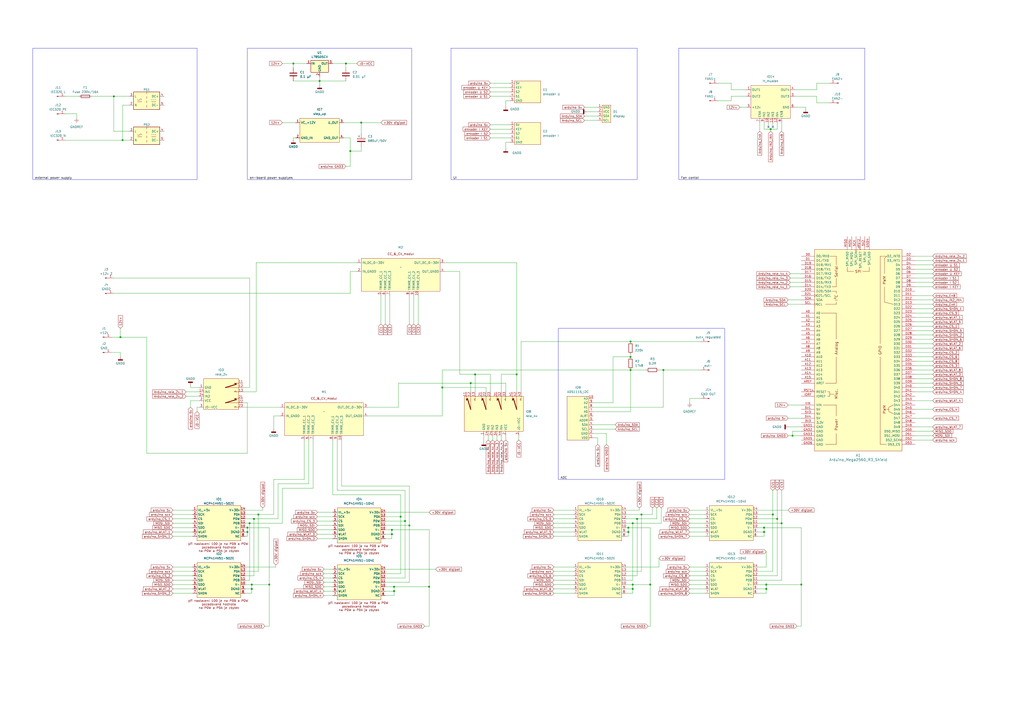
<source format=kicad_sch>
(kicad_sch (version 20230121) (generator eeschema)
  (paper "A2")
  (title_block (title "Laboratorní zdroj") (date "2024-11-26") (company "Smola Antonín "))
  (junction (at 365.76 214.63))
  (junction (at 453.39 303.53))
  (junction (at 209.55 71.12))
  (junction (at 273.05 222.25))
  (junction (at 228.6 340.36))
  (junction (at 365.76 198.12))
  (junction (at 464.82 339.09))
  (junction (at 185.42 46.99))
  (junction (at 237.49 304.8))
  (junction (at 365.76 207.01))
  (junction (at 364.49 308.61))
  (junction (at 443.23 306.07))
  (junction (at 444.5 341.63))
  (junction (at 369.57 300.99))
  (junction (at 146.05 339.09))
  (junction (at 69.85 195.58))
  (junction (at 227.33 309.88))
  (junction (at 200.66 36.83))
  (junction (at 144.78 303.53))
  (junction (at 71.12 81.28))
  (junction (at 147.32 300.99))
  (junction (at 66.04 55.88))
  (junction (at 275.59 217.17))
  (junction (at 384.81 214.63))
  (junction (at 450.85 300.99))
  (junction (at 227.33 307.34))
  (junction (at 372.11 298.45))
  (junction (at 377.19 339.09))
  (junction (at 367.03 341.63))
  (junction (at 367.03 303.53))
  (junction (at 364.49 306.07))
  (junction (at 170.18 36.83))
  (junction (at 256.54 224.79))
  (junction (at 228.6 342.9))
  (junction (at 444.5 339.09))
  (junction (at 149.86 298.45))
  (junction (at 447.04 74.93))
  (junction (at 156.21 339.09))
  (junction (at 146.05 341.63))
  (junction (at 459.74 252.73))
  (junction (at 143.51 306.07))
  (junction (at 448.31 298.45))
  (junction (at 299.72 217.17))
  (junction (at 248.92 340.36))
  (junction (at 234.95 302.26))
  (junction (at 203.2 87.63))
  (junction (at 232.41 299.72))
  (junction (at 443.23 308.61))
  (junction (at 143.51 308.61))
  (junction (at 367.03 339.09))
  (no_connect (at 448.31 73.66))
  (no_connect (at 445.77 73.66))
  (wire (pts (xy 100.33 339.09) (xy 111.76 339.09)))
  (wire (pts (xy 530.86 179.07) (xy 541.02 179.07)))
  (wire (pts (xy 473.71 59.69) (xy 481.33 59.69)))
  (wire (pts (xy 107.95 229.87) (xy 115.57 229.87)))
  (wire (pts (xy 284.48 53.34) (xy 295.91 53.34)))
  (wire (pts (xy 161.29 300.99) (xy 161.29 280.67)))
  (wire (pts (xy 234.95 302.26) (xy 234.95 335.28)))
  (wire (pts (xy 400.05 300.99) (xy 408.94 300.99)))
  (wire (pts (xy 530.86 156.21) (xy 541.02 156.21)))
  (wire (pts (xy 439.42 306.07) (xy 443.23 306.07)))
  (wire (pts (xy 142.24 336.55) (xy 144.78 336.55)))
  (wire (pts (xy 530.86 186.69) (xy 541.02 186.69)))
  (wire (pts (xy 400.05 339.09) (xy 408.94 339.09)))
  (wire (pts (xy 200.66 36.83) (xy 207.01 36.83)))
  (wire (pts (xy 321.31 300.99) (xy 332.74 300.99)))
  (wire (pts (xy 400.05 233.68) (xy 400.05 231.14)))
  (wire (pts (xy 66.04 55.88) (xy 74.93 55.88)))
  (wire (pts (xy 300.99 252.73) (xy 300.99 255.27)))
  (wire (pts (xy 439.42 331.47) (xy 448.31 331.47)))
  (wire (pts (xy 187.96 330.2) (xy 193.04 330.2)))
  (wire (pts (xy 147.32 334.01) (xy 142.24 334.01)))
  (wire (pts (xy 142.24 295.91) (xy 152.4 295.91)))
  (wire (pts (xy 458.47 161.29) (xy 464.82 161.29)))
  (wire (pts (xy 223.52 309.88) (xy 227.33 309.88)))
  (wire (pts (xy 284.48 217.17) (xy 284.48 227.33)))
  (wire (pts (xy 223.52 330.2) (xy 252.73 330.2)))
  (wire (pts (xy 457.2 176.53) (xy 464.82 176.53)))
  (wire (pts (xy 184.15 309.88) (xy 193.04 309.88)))
  (wire (pts (xy 321.31 339.09) (xy 332.74 339.09)))
  (wire (pts (xy 185.42 44.45) (xy 185.42 46.99)))
  (wire (pts (xy 143.51 308.61) (xy 142.24 308.61)))
  (wire (pts (xy 248.92 340.36) (xy 248.92 363.22)))
  (wire (pts (xy 290.83 252.73) (xy 290.83 255.27)))
  (wire (pts (xy 444.5 339.09) (xy 464.82 339.09)))
  (wire (pts (xy 416.56 58.42) (xy 424.18 58.42)))
  (wire (pts (xy 185.42 46.99) (xy 185.42 49.53)))
  (wire (pts (xy 142.24 341.63) (xy 146.05 341.63)))
  (wire (pts (xy 149.86 298.45) (xy 142.24 298.45)))
  (wire (pts (xy 448.31 298.45) (xy 448.31 331.47)))
  (wire (pts (xy 184.15 299.72) (xy 193.04 299.72)))
  (wire (pts (xy 321.31 308.61) (xy 332.74 308.61)))
  (wire (pts (xy 227.33 309.88) (xy 227.33 312.42)))
  (wire (pts (xy 156.21 339.09) (xy 156.21 306.07)))
  (wire (pts (xy 100.33 306.07) (xy 111.76 306.07)))
  (wire (pts (xy 246.38 363.22) (xy 248.92 363.22)))
  (wire (pts (xy 184.15 297.18) (xy 193.04 297.18)))
  (wire (pts (xy 447.04 74.93) (xy 447.04 76.2)))
  (wire (pts (xy 447.04 74.93) (xy 450.85 74.93)))
  (wire (pts (xy 142.24 300.99) (xy 147.32 300.99)))
  (wire (pts (xy 321.31 298.45) (xy 332.74 298.45)))
  (wire (pts (xy 443.23 74.93) (xy 447.04 74.93)))
  (wire (pts (xy 209.55 71.12) (xy 209.55 77.47)))
  (wire (pts (xy 228.6 345.44) (xy 223.52 345.44)))
  (wire (pts (xy 284.48 74.93) (xy 295.91 74.93)))
  (wire (pts (xy 321.31 334.01) (xy 332.74 334.01)))
  (wire (pts (xy 223.52 297.18) (xy 248.92 297.18)))
  (wire (pts (xy 424.18 48.26) (xy 424.18 52.07)))
  (wire (pts (xy 384.81 214.63) (xy 406.4 214.63)))
  (wire (pts (xy 142.24 344.17) (xy 146.05 344.17)))
  (wire (pts (xy 439.42 336.55) (xy 453.39 336.55)))
  (wire (pts (xy 370.84 295.91) (xy 370.84 294.64)))
  (wire (pts (xy 378.46 294.64) (xy 378.46 298.45)))
  (wire (pts (xy 184.15 302.26) (xy 193.04 302.26)))
  (wire (pts (xy 256.54 224.79) (xy 256.54 241.3)))
  (wire (pts (xy 148.59 227.33) (xy 140.97 227.33)))
  (wire (pts (xy 363.22 336.55) (xy 367.03 336.55)))
  (wire (pts (xy 321.31 311.15) (xy 332.74 311.15)))
  (wire (pts (xy 256.54 214.63) (xy 365.76 214.63)))
  (wire (pts (xy 163.83 283.21) (xy 181.61 283.21)))
  (wire (pts (xy 321.31 336.55) (xy 332.74 336.55)))
  (wire (pts (xy 275.59 217.17) (xy 275.59 227.33)))
  (wire (pts (xy 228.6 342.9) (xy 228.6 345.44)))
  (wire (pts (xy 530.86 232.41) (xy 541.02 232.41)))
  (wire (pts (xy 363.22 306.07) (xy 364.49 306.07)))
  (wire (pts (xy 400.05 328.93) (xy 408.94 328.93)))
  (wire (pts (xy 364.49 311.15) (xy 364.49 308.61)))
  (wire (pts (xy 530.86 201.93) (xy 541.02 201.93)))
  (wire (pts (xy 100.33 344.17) (xy 111.76 344.17)))
  (wire (pts (xy 71.12 60.96) (xy 71.12 81.28)))
  (wire (pts (xy 400.05 331.47) (xy 408.94 331.47)))
  (wire (pts (xy 467.36 63.5) (xy 467.36 62.23)))
  (wire (pts (xy 445.77 71.12) (xy 445.77 73.66)))
  (wire (pts (xy 355.6 233.68) (xy 355.6 207.01)))
  (wire (pts (xy 158.75 278.13) (xy 176.53 278.13)))
  (wire (pts (xy 226.06 171.45) (xy 226.06 187.96)))
  (wire (pts (xy 382.27 214.63) (xy 384.81 214.63)))
  (wire (pts (xy 377.19 306.07) (xy 377.19 339.09)))
  (wire (pts (xy 69.85 204.47) (xy 69.85 207.01)))
  (wire (pts (xy 100.33 331.47) (xy 111.76 331.47)))
  (wire (pts (xy 367.03 339.09) (xy 377.19 339.09)))
  (wire (pts (xy 198.12 255.27) (xy 198.12 281.94)))
  (wire (pts (xy 367.03 303.53) (xy 383.54 303.53)))
  (wire (pts (xy 184.15 312.42) (xy 193.04 312.42)))
  (wire (pts (xy 344.17 248.92) (xy 356.87 248.92)))
  (wire (pts (xy 293.37 222.25) (xy 273.05 222.25)))
  (wire (pts (xy 400.05 336.55) (xy 408.94 336.55)))
  (wire (pts (xy 203.2 96.52) (xy 203.2 87.63)))
  (wire (pts (xy 273.05 222.25) (xy 273.05 227.33)))
  (wire (pts (xy 195.58 255.27) (xy 195.58 284.48)))
  (wire (pts (xy 473.71 52.07) (xy 473.71 48.26)))
  (wire (pts (xy 339.09 69.85) (xy 346.71 69.85)))
  (wire (pts (xy 321.31 331.47) (xy 332.74 331.47)))
  (wire (pts (xy 450.85 300.99) (xy 450.85 334.01)))
  (wire (pts (xy 203.2 80.01) (xy 203.2 87.63)))
  (wire (pts (xy 530.86 237.49) (xy 541.02 237.49)))
  (wire (pts (xy 461.01 52.07) (xy 473.71 52.07)))
  (wire (pts (xy 367.03 344.17) (xy 367.03 341.63)))
  (wire (pts (xy 400.05 344.17) (xy 408.94 344.17)))
  (wire (pts (xy 367.03 341.63) (xy 367.03 339.09)))
  (wire (pts (xy 153.67 363.22) (xy 156.21 363.22)))
  (wire (pts (xy 321.31 306.07) (xy 332.74 306.07)))
  (wire (pts (xy 187.96 337.82) (xy 193.04 337.82)))
  (wire (pts (xy 381 294.64) (xy 381 300.99)))
  (wire (pts (xy 66.04 161.29) (xy 144.78 161.29)))
  (wire (pts (xy 457.2 173.99) (xy 464.82 173.99)))
  (wire (pts (xy 439.42 341.63) (xy 444.5 341.63)))
  (wire (pts (xy 283.21 252.73) (xy 283.21 255.27)))
  (wire (pts (xy 266.7 157.48) (xy 266.7 217.17)))
  (wire (pts (xy 149.86 298.45) (xy 158.75 298.45)))
  (wire (pts (xy 200.66 96.52) (xy 203.2 96.52)))
  (wire (pts (xy 232.41 287.02) (xy 193.04 287.02)))
  (wire (pts (xy 450.85 284.48) (xy 450.85 300.99)))
  (wire (pts (xy 351.79 257.81) (xy 351.79 251.46)))
  (wire (pts (xy 530.86 217.17) (xy 541.02 217.17)))
  (wire (pts (xy 443.23 306.07) (xy 443.23 308.61)))
  (wire (pts (xy 290.83 217.17) (xy 290.83 227.33)))
  (wire (pts (xy 443.23 306.07) (xy 464.82 306.07)))
  (wire (pts (xy 110.49 224.79) (xy 115.57 224.79)))
  (wire (pts (xy 284.48 72.39) (xy 295.91 72.39)))
  (wire (pts (xy 66.04 170.18) (xy 203.2 170.18)))
  (wire (pts (xy 344.17 238.76) (xy 365.76 238.76)))
  (wire (pts (xy 140.97 236.22) (xy 162.56 236.22)))
  (wire (pts (xy 237.49 281.94) (xy 198.12 281.94)))
  (wire (pts (xy 458.47 163.83) (xy 464.82 163.83)))
  (wire (pts (xy 439.42 303.53) (xy 453.39 303.53)))
  (wire (pts (xy 530.86 214.63) (xy 541.02 214.63)))
  (wire (pts (xy 100.33 311.15) (xy 111.76 311.15)))
  (wire (pts (xy 363.22 339.09) (xy 367.03 339.09)))
  (wire (pts (xy 158.75 241.3) (xy 162.56 241.3)))
  (wire (pts (xy 38.1 81.28) (xy 71.12 81.28)))
  (wire (pts (xy 302.26 198.12) (xy 365.76 198.12)))
  (wire (pts (xy 223.52 304.8) (xy 237.49 304.8)))
  (wire (pts (xy 400.05 231.14) (xy 406.4 231.14)))
  (wire (pts (xy 100.33 341.63) (xy 111.76 341.63)))
  (wire (pts (xy 302.26 198.12) (xy 302.26 227.33)))
  (wire (pts (xy 66.04 76.2) (xy 66.04 55.88)))
  (wire (pts (xy 143.51 306.07) (xy 143.51 308.61)))
  (wire (pts (xy 158.75 248.92) (xy 158.75 241.3)))
  (wire (pts (xy 443.23 71.12) (xy 443.23 74.93)))
  (wire (pts (xy 473.71 48.26) (xy 481.33 48.26)))
  (wire (pts (xy 110.49 236.22) (xy 110.49 232.41)))
  (wire (pts (xy 457.2 242.57) (xy 464.82 242.57)))
  (wire (pts (xy 160.02 327.66) (xy 160.02 328.93)))
  (wire (pts (xy 458.47 166.37) (xy 464.82 166.37)))
  (wire (pts (xy 355.6 207.01) (xy 365.76 207.01)))
  (wire (pts (xy 193.04 36.83) (xy 200.66 36.83)))
  (wire (pts (xy 149.86 331.47) (xy 149.86 298.45)))
  (wire (pts (xy 284.48 50.8) (xy 295.91 50.8)))
  (wire (pts (xy 530.86 247.65) (xy 541.02 247.65)))
  (wire (pts (xy 237.49 171.45) (xy 237.49 187.96)))
  (wire (pts (xy 64.77 195.58) (xy 69.85 195.58)))
  (wire (pts (xy 237.49 304.8) (xy 237.49 337.82)))
  (wire (pts (xy 284.48 48.26) (xy 295.91 48.26)))
  (wire (pts (xy 299.72 217.17) (xy 290.83 217.17)))
  (wire (pts (xy 372.11 331.47) (xy 372.11 298.45)))
  (wire (pts (xy 223.52 302.26) (xy 234.95 302.26)))
  (wire (pts (xy 530.86 171.45) (xy 541.02 171.45)))
  (wire (pts (xy 284.48 80.01) (xy 295.91 80.01)))
  (wire (pts (xy 142.24 339.09) (xy 146.05 339.09)))
  (wire (pts (xy 321.31 303.53) (xy 332.74 303.53)))
  (wire (pts (xy 364.49 306.07) (xy 377.19 306.07)))
  (wire (pts (xy 339.09 62.23) (xy 346.71 62.23)))
  (wire (pts (xy 440.69 71.12) (xy 440.69 76.2)))
  (wire (pts (xy 107.95 227.33) (xy 115.57 227.33)))
  (wire (pts (xy 146.05 341.63) (xy 146.05 339.09)))
  (wire (pts (xy 293.37 86.36) (xy 293.37 82.55)))
  (wire (pts (xy 142.24 331.47) (xy 149.86 331.47)))
  (wire (pts (xy 170.18 36.83) (xy 170.18 39.37)))
  (wire (pts (xy 170.18 81.28) (xy 170.18 80.01)))
  (wire (pts (xy 530.86 199.39) (xy 541.02 199.39)))
  (wire (pts (xy 530.86 224.79) (xy 541.02 224.79)))
  (wire (pts (xy 530.86 196.85) (xy 541.02 196.85)))
  (wire (pts (xy 363.22 331.47) (xy 372.11 331.47)))
  (wire (pts (xy 156.21 339.09) (xy 156.21 363.22)))
  (wire (pts (xy 187.96 345.44) (xy 193.04 345.44)))
  (wire (pts (xy 321.31 341.63) (xy 332.74 341.63)))
  (wire (pts (xy 530.86 207.01) (xy 541.02 207.01)))
  (wire (pts (xy 110.49 224.79) (xy 110.49 223.52)))
  (wire (pts (xy 100.33 303.53) (xy 111.76 303.53)))
  (wire (pts (xy 448.31 284.48) (xy 448.31 298.45)))
  (wire (pts (xy 44.45 68.58) (xy 44.45 66.04)))
  (wire (pts (xy 66.04 76.2) (xy 74.93 76.2)))
  (wire (pts (xy 203.2 87.63) (xy 209.55 87.63)))
  (wire (pts (xy 530.86 227.33) (xy 541.02 227.33)))
  (wire (pts (xy 100.33 295.91) (xy 111.76 295.91)))
  (wire (pts (xy 464.82 339.09) (xy 464.82 363.22)))
  (wire (pts (xy 242.57 171.45) (xy 242.57 187.96)))
  (wire (pts (xy 530.86 219.71) (xy 541.02 219.71)))
  (wire (pts (xy 293.37 227.33) (xy 293.37 222.25)))
  (wire (pts (xy 199.39 71.12) (xy 209.55 71.12)))
  (wire (pts (xy 530.86 153.67) (xy 541.02 153.67)))
  (wire (pts (xy 223.52 335.28) (xy 234.95 335.28)))
  (wire (pts (xy 530.86 173.99) (xy 541.02 173.99)))
  (wire (pts (xy 439.42 311.15) (xy 443.23 311.15)))
  (wire (pts (xy 227.33 307.34) (xy 248.92 307.34)))
  (wire (pts (xy 100.33 300.99) (xy 111.76 300.99)))
  (wire (pts (xy 284.48 77.47) (xy 295.91 77.47)))
  (wire (pts (xy 424.18 55.88) (xy 424.18 58.42)))
  (wire (pts (xy 363.22 295.91) (xy 370.84 295.91)))
  (wire (pts (xy 144.78 303.53) (xy 142.24 303.53)))
  (wire (pts (xy 321.31 295.91) (xy 332.74 295.91)))
  (wire (pts (xy 530.86 189.23) (xy 541.02 189.23)))
  (wire (pts (xy 461.01 62.23) (xy 467.36 62.23)))
  (wire (pts (xy 187.96 340.36) (xy 193.04 340.36)))
  (wire (pts (xy 530.86 194.31) (xy 541.02 194.31)))
  (wire (pts (xy 443.23 308.61) (xy 443.23 311.15)))
  (wire (pts (xy 44.45 66.04) (xy 38.1 66.04)))
  (wire (pts (xy 203.2 157.48) (xy 207.01 157.48)))
  (wire (pts (xy 439.42 308.61) (xy 443.23 308.61)))
  (wire (pts (xy 213.36 241.3) (xy 256.54 241.3)))
  (wire (pts (xy 400.05 303.53) (xy 408.94 303.53)))
  (wire (pts (xy 400.05 341.63) (xy 408.94 341.63)))
  (wire (pts (xy 530.86 163.83) (xy 541.02 163.83)))
  (wire (pts (xy 400.05 311.15) (xy 408.94 311.15)))
  (wire (pts (xy 439.42 334.01) (xy 450.85 334.01)))
  (wire (pts (xy 237.49 281.94) (xy 237.49 304.8)))
  (wire (pts (xy 459.74 250.19) (xy 459.74 252.73)))
  (wire (pts (xy 187.96 332.74) (xy 193.04 332.74)))
  (wire (pts (xy 530.86 242.57) (xy 541.02 242.57)))
  (wire (pts (xy 439.42 298.45) (xy 448.31 298.45)))
  (wire (pts (xy 458.47 158.75) (xy 464.82 158.75)))
  (wire (pts (xy 142.24 311.15) (xy 143.51 311.15)))
  (wire (pts (xy 365.76 205.74) (xy 365.76 207.01)))
  (wire (pts (xy 444.5 320.04) (xy 444.5 328.93)))
  (wire (pts (xy 223.52 171.45) (xy 223.52 187.96)))
  (wire (pts (xy 363.22 341.63) (xy 367.03 341.63)))
  (wire (pts (xy 444.5 328.93) (xy 439.42 328.93)))
  (wire (pts (xy 163.83 71.12) (xy 171.45 71.12)))
  (wire (pts (xy 461.01 55.88) (xy 473.71 55.88)))
  (wire (pts (xy 400.05 298.45) (xy 408.94 298.45)))
  (wire (pts (xy 147.32 300.99) (xy 147.32 334.01)))
  (wire (pts (xy 439.42 339.09) (xy 444.5 339.09)))
  (wire (pts (xy 530.86 184.15) (xy 541.02 184.15)))
  (wire (pts (xy 234.95 302.26) (xy 234.95 284.48)))
  (wire (pts (xy 444.5 344.17) (xy 439.42 344.17)))
  (wire (pts (xy 142.24 306.07) (xy 143.51 306.07)))
  (wire (pts (xy 248.92 307.34) (xy 248.92 340.36)))
  (wire (pts (xy 240.03 171.45) (xy 240.03 187.96)))
  (wire (pts (xy 69.85 190.5) (xy 69.85 195.58)))
  (wire (pts (xy 143.51 306.07) (xy 156.21 306.07)))
  (wire (pts (xy 321.31 344.17) (xy 332.74 344.17)))
  (wire (pts (xy 100.33 334.01) (xy 111.76 334.01)))
  (wire (pts (xy 213.36 236.22) (xy 231.14 236.22)))
  (wire (pts (xy 444.5 341.63) (xy 444.5 339.09)))
  (wire (pts (xy 365.76 238.76) (xy 365.76 214.63)))
  (wire (pts (xy 266.7 157.48) (xy 257.81 157.48)))
  (wire (pts (xy 100.33 308.61) (xy 111.76 308.61)))
  (wire (pts (xy 176.53 278.13) (xy 176.53 255.27)))
  (wire (pts (xy 339.09 67.31) (xy 346.71 67.31)))
  (wire (pts (xy 439.42 295.91) (xy 457.2 295.91)))
  (wire (pts (xy 144.78 161.29) (xy 144.78 224.79)))
  (wire (pts (xy 293.37 58.42) (xy 295.91 58.42)))
  (wire (pts (xy 321.31 328.93) (xy 332.74 328.93)))
  (wire (pts (xy 163.83 303.53) (xy 163.83 283.21)))
  (wire (pts (xy 439.42 300.99) (xy 450.85 300.99)))
  (wire (pts (xy 285.75 252.73) (xy 285.75 255.27)))
  (wire (pts (xy 38.1 55.88) (xy 45.72 55.88)))
  (wire (pts (xy 530.86 209.55) (xy 541.02 209.55)))
  (wire (pts (xy 146.05 339.09) (xy 156.21 339.09)))
  (wire (pts (xy 530.86 166.37) (xy 541.02 166.37)))
  (wire (pts (xy 187.96 335.28) (xy 193.04 335.28)))
  (wire (pts (xy 375.92 363.22) (xy 377.19 363.22)))
  (wire (pts (xy 369.57 300.99) (xy 381 300.99)))
  (wire (pts (xy 231.14 222.25) (xy 231.14 236.22)))
  (wire (pts (xy 429.26 62.23) (xy 433.07 62.23)))
  (wire (pts (xy 209.55 71.12) (xy 220.98 71.12)))
  (wire (pts (xy 223.52 342.9) (xy 228.6 342.9)))
  (wire (pts (xy 143.51 233.68) (xy 140.97 233.68)))
  (wire (pts (xy 223.52 340.36) (xy 228.6 340.36)))
  (wire (pts (xy 147.32 300.99) (xy 161.29 300.99)))
  (wire (pts (xy 424.18 55.88) (xy 433.07 55.88)))
  (wire (pts (xy 530.86 191.77) (xy 541.02 191.77)))
  (wire (pts (xy 369.57 334.01) (xy 363.22 334.01)))
  (wire (pts (xy 372.11 298.45) (xy 378.46 298.45)))
  (wire (pts (xy 257.81 152.4) (xy 299.72 152.4)))
  (wire (pts (xy 200.66 36.83) (xy 200.66 39.37)))
  (wire (pts (xy 146.05 344.17) (xy 146.05 341.63)))
  (wire (pts (xy 363.22 300.99) (xy 369.57 300.99)))
  (wire (pts (xy 160.02 328.93) (xy 142.24 328.93)))
  (wire (pts (xy 530.86 255.27) (xy 541.02 255.27)))
  (wire (pts (xy 170.18 36.83) (xy 177.8 36.83)))
  (wire (pts (xy 457.2 247.65) (xy 464.82 247.65)))
  (wire (pts (xy 400.05 308.61) (xy 408.94 308.61)))
  (wire (pts (xy 170.18 80.01) (xy 171.45 80.01)))
  (wire (pts (xy 530.86 148.59) (xy 541.02 148.59)))
  (wire (pts (xy 346.71 257.81) (xy 346.71 254)))
  (wire (pts (xy 85.09 262.89) (xy 85.09 195.58)))
  (wire (pts (xy 344.17 236.22) (xy 384.81 236.22)))
  (wire (pts (xy 223.52 307.34) (xy 227.33 307.34)))
  (wire (pts (xy 530.86 252.73) (xy 541.02 252.73)))
  (wire (pts (xy 293.37 252.73) (xy 293.37 255.27)))
  (wire (pts (xy 275.59 217.17) (xy 284.48 217.17)))
  (wire (pts (xy 184.15 307.34) (xy 193.04 307.34)))
  (wire (pts (xy 256.54 214.63) (xy 256.54 224.79)))
  (wire (pts (xy 227.33 307.34) (xy 227.33 309.88)))
  (wire (pts (xy 344.17 251.46) (xy 351.79 251.46)))
  (wire (pts (xy 416.56 48.26) (xy 424.18 48.26)))
  (wire (pts (xy 424.18 52.07) (xy 433.07 52.07)))
  (wire (pts (xy 448.31 71.12) (xy 448.31 73.66)))
  (wire (pts (xy 344.17 246.38) (xy 356.87 246.38)))
  (wire (pts (xy 161.29 280.67) (xy 179.07 280.67)))
  (wire (pts (xy 369.57 300.99) (xy 369.57 334.01)))
  (wire (pts (xy 450.85 71.12) (xy 450.85 74.93)))
  (wire (pts (xy 100.33 336.55) (xy 111.76 336.55)))
  (wire (pts (xy 100.33 298.45) (xy 111.76 298.45)))
  (wire (pts (xy 344.17 233.68) (xy 355.6 233.68)))
  (wire (pts (xy 444.5 341.63) (xy 444.5 344.17)))
  (wire (pts (xy 382.27 323.85) (xy 382.27 328.93)))
  (wire (pts (xy 288.29 252.73) (xy 288.29 255.27)))
  (wire (pts (xy 185.42 46.99) (xy 200.66 46.99)))
  (wire (pts (xy 64.77 204.47) (xy 69.85 204.47)))
  (wire (pts (xy 114.3 236.22) (xy 115.57 236.22)))
  (wire (pts (xy 365.76 198.12) (xy 406.4 198.12)))
  (wire (pts (xy 209.55 85.09) (xy 209.55 87.63)))
  (wire (pts (xy 462.28 363.22) (xy 464.82 363.22)))
  (wire (pts (xy 363.22 303.53) (xy 367.03 303.53)))
  (wire (pts (xy 223.52 332.74) (xy 232.41 332.74)))
  (wire (pts (xy 340.36 64.77) (xy 346.71 64.77)))
  (wire (pts (xy 293.37 62.23) (xy 293.37 58.42)))
  (wire (pts (xy 365.76 214.63) (xy 374.65 214.63)))
  (wire (pts (xy 143.51 311.15) (xy 143.51 308.61)))
  (wire (pts (xy 453.39 284.48) (xy 453.39 303.53)))
  (wire (pts (xy 453.39 303.53) (xy 453.39 336.55)))
  (wire (pts (xy 284.48 55.88) (xy 295.91 55.88)))
  (wire (pts (xy 363.22 328.93) (xy 382.27 328.93)))
  (wire (pts (xy 530.86 151.13) (xy 541.02 151.13)))
  (wire (pts (xy 363.22 344.17) (xy 367.03 344.17)))
  (wire (pts (xy 530.86 181.61) (xy 541.02 181.61)))
  (wire (pts (xy 364.49 308.61) (xy 363.22 308.61)))
  (wire (pts (xy 179.07 280.67) (xy 179.07 255.27)))
  (wire (pts (xy 223.52 337.82) (xy 237.49 337.82)))
  (wire (pts (xy 163.83 36.83) (xy 170.18 36.83)))
  (wire (pts (xy 457.2 252.73) (xy 459.74 252.73)))
  (wire (pts (xy 367.03 336.55) (xy 367.03 303.53)))
  (wire (pts (xy 473.71 55.88) (xy 473.71 59.69)))
  (wire (pts (xy 530.86 250.19) (xy 541.02 250.19)))
  (wire (pts (xy 400.05 334.01) (xy 408.94 334.01)))
  (wire (pts (xy 223.52 312.42) (xy 227.33 312.42)))
  (wire (pts (xy 144.78 303.53) (xy 163.83 303.53)))
  (wire (pts (xy 281.94 224.79) (xy 281.94 227.33)))
  (wire (pts (xy 383.54 294.64) (xy 383.54 303.53)))
  (wire (pts (xy 234.95 284.48) (xy 195.58 284.48)))
  (wire (pts (xy 85.09 262.89) (xy 143.51 262.89)))
  (wire (pts (xy 144.78 224.79) (xy 140.97 224.79)))
  (wire (pts (xy 71.12 81.28) (xy 74.93 81.28)))
  (wire (pts (xy 453.39 71.12) (xy 453.39 76.2)))
  (wire (pts (xy 203.2 80.01) (xy 199.39 80.01)))
  (wire (pts (xy 363.22 311.15) (xy 364.49 311.15)))
  (wire (pts (xy 530.86 212.09) (xy 541.02 212.09)))
  (wire (pts (xy 384.81 236.22) (xy 384.81 214.63)))
  (wire (pts (xy 293.37 82.55) (xy 295.91 82.55)))
  (wire (pts (xy 181.61 283.21) (xy 181.61 255.27)))
  (wire (pts (xy 228.6 340.36) (xy 248.92 340.36)))
  (wire (pts (xy 152.4 294.64) (xy 152.4 295.91)))
  (wire (pts (xy 400.05 306.07) (xy 408.94 306.07)))
  (wire (pts (xy 143.51 262.89) (xy 143.51 233.68)))
  (wire (pts (xy 364.49 306.07) (xy 364.49 308.61)))
  (wire (pts (xy 187.96 342.9) (xy 193.04 342.9)))
  (wire (pts (xy 464.82 250.19) (xy 459.74 250.19)))
  (wire (pts (xy 266.7 217.17) (xy 275.59 217.17)))
  (wire (pts (xy 110.49 232.41) (xy 115.57 232.41)))
  (wire (pts (xy 232.41 287.02) (xy 232.41 299.72)))
  (wire (pts (xy 299.72 152.4) (xy 299.72 217.17)))
  (wire (pts (xy 184.15 304.8) (xy 193.04 304.8)))
  (wire (pts (xy 464.82 306.07) (xy 464.82 339.09)))
  (wire (pts (xy 170.18 46.99) (xy 185.42 46.99)))
  (wire (pts (xy 74.93 60.96) (xy 71.12 60.96)))
  (wire (pts (xy 530.86 161.29) (xy 541.02 161.29)))
  (wire (pts (xy 223.52 299.72) (xy 232.41 299.72)))
  (wire (pts (xy 158.75 278.13) (xy 158.75 298.45)))
  (wire (pts (xy 530.86 204.47) (xy 541.02 204.47)))
  (wire (pts (xy 100.33 328.93) (xy 111.76 328.93)))
  (wire (pts (xy 53.34 55.88) (xy 66.04 55.88)))
  (wire (pts (xy 280.67 252.73) (xy 280.67 256.54)))
  (wire (pts (xy 530.86 176.53) (xy 541.02 176.53)))
  (wire (pts (xy 377.19 339.09) (xy 377.19 363.22)))
  (wire (pts (xy 256.54 224.79) (xy 281.94 224.79)))
  (wire (pts (xy 144.78 336.55) (xy 144.78 303.53)))
  (wire (pts (xy 220.98 187.96) (xy 220.98 171.45)))
  (wire (pts (xy 530.86 222.25) (xy 541.02 222.25)))
  (wire (pts (xy 346.71 254) (xy 344.17 254)))
  (wire (pts (xy 203.2 157.48) (xy 203.2 170.18)))
  (wire (pts (xy 530.86 158.75) (xy 541.02 158.75)))
  (wire (pts (xy 231.14 222.25) (xy 273.05 222.25)))
  (wire (pts (xy 232.41 299.72) (xy 232.41 332.74)))
  (wire (pts (xy 363.22 298.45) (xy 372.11 298.45)))
  (wire (pts (xy 148.59 152.4) (xy 148.59 227.33)))
  (wire (pts (xy 69.85 195.58) (xy 85.09 195.58)))
  (wire (pts (xy 459.74 252.73) (xy 464.82 252.73)))
  (wire (pts (xy 114.3 238.76) (xy 114.3 236.22)))
  (wire (pts (xy 299.72 217.17) (xy 299.72 227.33)))
  (wire (pts (xy 400.05 295.91) (xy 408.94 295.91)))
  (wire (pts (xy 193.04 255.27) (xy 193.04 287.02)))
  (wire (pts (xy 228.6 342.9) (xy 228.6 340.36)))
  (wire (pts (xy 148.59 152.4) (xy 207.01 152.4)))
  (wire (pts (xy 457.2 234.95) (xy 464.82 234.95)))
  (rectangle (start 393.7 27.94) (end 501.65 104.14))
  (rectangle (start 261.62 27.94) (end 369.57 104.14))
  (rectangle (start 143.51 27.94) (end 238.76 104.14))
  (rectangle (start 19.05 27.94) (end 114.3 104.14))
  (rectangle (start 323.85 190.5) (end 420.37 278.13))
  (label "on-board power supplyes" (at 144.78 104.14 0))
  (label "external power supply" (at 20.32 104.14 0))
  (label "Fan contol" (at 394.97 104.14 0))
  (label "UI" (at 262.89 104.14 0))
  (label "ADC" (at 325.12 278.13 0))
  (global_label "CC1" (shape input) (at 220.98 187.96 270) (property "Intersheetrefs" "${INTERSHEET_REFS}" (effects hide)))
  (global_label "MOSI_SDI" (shape input) (at 321.31 336.55 180) (property "Intersheetrefs" "${INTERSHEET_REFS}" (effects hide)))
  (global_label "MISO_SDO" (shape input) (at 100.33 306.07 180) (property "Intersheetrefs" "${INTERSHEET_REFS}" (effects hide)))
  (global_label "arduino 5v" (shape input) (at 400.05 328.93 180) (property "Intersheetrefs" "${INTERSHEET_REFS}" (effects hide)))
  (global_label "enkoder I S2" (shape input) (at 284.48 77.47 180) (property "Intersheetrefs" "${INTERSHEET_REFS}" (effects hide)))
  (global_label "arduino 5v" (shape input) (at 100.33 295.91 180) (property "Intersheetrefs" "${INTERSHEET_REFS}" (effects hide)))
  (global_label "enkoder U S1" (shape input) (at 284.48 55.88 180) (property "Intersheetrefs" "${INTERSHEET_REFS}" (effects hide)))
  (global_label "MISO_SDO" (shape input) (at 184.15 307.34 180) (property "Intersheetrefs" "${INTERSHEET_REFS}" (effects hide)))
  (global_label "arduino_SHDN_5" (shape input) (at 541.02 191.77 0) (property "Intersheetrefs" "${INTERSHEET_REFS}" (effects hide)))
  (global_label "+30V digipot" (shape input) (at 160.02 327.66 90) (property "Intersheetrefs" "${INTERSHEET_REFS}" (effects hide)))
  (global_label "MOSI_SDI" (shape input) (at 100.33 336.55 180) (property "Intersheetrefs" "${INTERSHEET_REFS}" (effects hide)))
  (global_label "MISO_SDO" (shape input) (at 100.33 339.09 180) (property "Intersheetrefs" "${INTERSHEET_REFS}" (effects hide)))
  (global_label "arduino_SHDN_2" (shape input) (at 100.33 344.17 180) (property "Intersheetrefs" "${INTERSHEET_REFS}" (effects hide)))
  (global_label "arduino_CS_4" (shape input) (at 541.02 237.49 0) (property "Intersheetrefs" "${INTERSHEET_REFS}" (effects hide)))
  (global_label "CV2" (shape input) (at 450.85 284.48 90) (property "Intersheetrefs" "${INTERSHEET_REFS}" (effects hide)))
  (global_label "arduino sck" (shape input) (at 321.31 298.45 180) (property "Intersheetrefs" "${INTERSHEET_REFS}" (effects hide)))
  (global_label "MISO_SDO" (shape input) (at 400.05 306.07 180) (property "Intersheetrefs" "${INTERSHEET_REFS}" (effects hide)))
  (global_label "Arduino_EnB" (shape input) (at 453.39 76.2 270) (property "Intersheetrefs" "${INTERSHEET_REFS}" (effects hide)))
  (global_label "CC3" (shape input) (at 226.06 187.96 270) (property "Intersheetrefs" "${INTERSHEET_REFS}" (effects hide)))
  (global_label "Arduino_EnB" (shape input) (at 541.02 171.45 0) (property "Intersheetrefs" "${INTERSHEET_REFS}" (effects hide)))
  (global_label "enkoder U S2" (shape input) (at 284.48 53.34 180) (property "Intersheetrefs" "${INTERSHEET_REFS}" (effects hide)))
  (global_label "arduino_WLAT_8" (shape input) (at 541.02 214.63 0) (property "Intersheetrefs" "${INTERSHEET_REFS}" (effects hide)))
  (global_label "arduino_WLAT_1" (shape input) (at 100.33 308.61 180) (property "Intersheetrefs" "${INTERSHEET_REFS}" (effects hide)))
  (global_label "CC2" (shape input) (at 223.52 187.96 270) (property "Intersheetrefs" "${INTERSHEET_REFS}" (effects hide)))
  (global_label "arduino sck" (shape input) (at 541.02 255.27 0) (property "Intersheetrefs" "${INTERSHEET_REFS}" (effects hide)))
  (global_label "arduino_WLAT_5" (shape input) (at 321.31 308.61 180) (property "Intersheetrefs" "${INTERSHEET_REFS}" (effects hide)))
  (global_label "arduino_SHDN_1" (shape input) (at 100.33 311.15 180) (property "Intersheetrefs" "${INTERSHEET_REFS}" (effects hide)))
  (global_label "Arduino_rele_4x_1" (shape input) (at 283.21 255.27 270) (property "Intersheetrefs" "${INTERSHEET_REFS}" (effects hide)))
  (global_label "enkoder I S1" (shape input) (at 284.48 80.01 180) (property "Intersheetrefs" "${INTERSHEET_REFS}" (effects hide)))
  (global_label "enkoder I KEY" (shape input) (at 541.02 166.37 0) (property "Intersheetrefs" "${INTERSHEET_REFS}" (effects hide)))
  (global_label "Arduino_SDA" (shape input) (at 356.87 246.38 0) (property "Intersheetrefs" "${INTERSHEET_REFS}" (effects hide)))
  (global_label "MISO_SDO" (shape input) (at 321.31 339.09 180) (property "Intersheetrefs" "${INTERSHEET_REFS}" (effects hide)))
  (global_label "arduino_CS_1" (shape input) (at 541.02 189.23 0) (property "Intersheetrefs" "${INTERSHEET_REFS}" (effects hide)))
  (global_label "CV2" (shape input) (at 240.03 187.96 270) (property "Intersheetrefs" "${INTERSHEET_REFS}" (effects hide)))
  (global_label "Arduino_rele_4x_2" (shape input) (at 285.75 255.27 270) (property "Intersheetrefs" "${INTERSHEET_REFS}" (effects hide)))
  (global_label "arduino 5v" (shape input) (at 339.09 62.23 180) (property "Intersheetrefs" "${INTERSHEET_REFS}" (effects hide)))
  (global_label "arduino 5v" (shape input) (at 346.71 257.81 270) (property "Intersheetrefs" "${INTERSHEET_REFS}" (effects hide)))
  (global_label "arduino_CS_6" (shape input) (at 321.31 334.01 180) (property "Intersheetrefs" "${INTERSHEET_REFS}" (effects hide)))
  (global_label "arduino_SHDN_3" (shape input) (at 541.02 222.25 0) (property "Intersheetrefs" "${INTERSHEET_REFS}" (effects hide)))
  (global_label "12V+" (shape input) (at 69.85 190.5 90) (property "Intersheetrefs" "${INTERSHEET_REFS}" (effects hide)))
  (global_label "arduino 5v" (shape input) (at 293.37 255.27 270) (property "Intersheetrefs" "${INTERSHEET_REFS}" (effects hide)))
  (global_label "arduino_SHDN_5" (shape input) (at 321.31 311.15 180) (property "Intersheetrefs" "${INTERSHEET_REFS}" (effects hide)))
  (global_label "enkoder I KEY" (shape input) (at 284.48 74.93 180) (property "Intersheetrefs" "${INTERSHEET_REFS}" (effects hide)))
  (global_label "arduino_SHDN_1" (shape input) (at 541.02 179.07 0) (property "Intersheetrefs" "${INTERSHEET_REFS}" (effects hide)))
  (global_label "arduino_WLAT_4" (shape input) (at 541.02 232.41 0) (property "Intersheetrefs" "${INTERSHEET_REFS}" (effects hide)))
  (global_label "Arduino_rele_4x_1" (shape input) (at 458.47 166.37 180) (property "Intersheetrefs" "${INTERSHEET_REFS}" (effects hide)))
  (global_label "Arduino_rele_2x_2" (shape input) (at 107.95 229.87 180) (property "Intersheetrefs" "${INTERSHEET_REFS}" (effects hide)))
  (global_label "Arduino_rele_4x_4" (shape input) (at 290.83 255.27 270) (property "Intersheetrefs" "${INTERSHEET_REFS}" (effects hide)))
  (global_label "arduino sck" (shape input) (at 321.31 331.47 180) (property "Intersheetrefs" "${INTERSHEET_REFS}" (effects hide)))
  (global_label "arduino_CS_7" (shape input) (at 541.02 242.57 0) (property "Intersheetrefs" "${INTERSHEET_REFS}" (effects hide)))
  (global_label "arduino_WLAT_1" (shape input) (at 541.02 184.15 0) (property "Intersheetrefs" "${INTERSHEET_REFS}" (effects hide)))
  (global_label "arduino_CS_6" (shape input) (at 541.02 207.01 0) (property "Intersheetrefs" "${INTERSHEET_REFS}" (effects hide)))
  (global_label "arduino_WLAT_3" (shape input) (at 184.15 309.88 180) (property "Intersheetrefs" "${INTERSHEET_REFS}" (effects hide)))
  (global_label "arduino_SHDN_3" (shape input) (at 184.15 312.42 180) (property "Intersheetrefs" "${INTERSHEET_REFS}" (effects hide)))
  (global_label "Arduino_EnA" (shape input) (at 541.02 176.53 0) (property "Intersheetrefs" "${INTERSHEET_REFS}" (effects hide)))
  (global_label "arduino_CS_5" (shape input) (at 541.02 181.61 0) (property "Intersheetrefs" "${INTERSHEET_REFS}" (effects hide)))
  (global_label "arduino_CS_8" (shape input) (at 400.05 334.01 180) (property "Intersheetrefs" "${INTERSHEET_REFS}" (effects hide)))
  (global_label "arduino_CS_8" (shape input) (at 541.02 209.55 0) (property "Intersheetrefs" "${INTERSHEET_REFS}" (effects hide)))
  (global_label "+30V digipot" (shape input) (at 248.92 297.18 0) (property "Intersheetrefs" "${INTERSHEET_REFS}" (effects hide)))
  (global_label "MISO_SDO" (shape input) (at 400.05 339.09 180) (property "Intersheetrefs" "${INTERSHEET_REFS}" (effects hide)))
  (global_label "Arduino_rele_4x_3" (shape input) (at 288.29 255.27 270) (property "Intersheetrefs" "${INTERSHEET_REFS}" (effects hide)))
  (global_label "+30V digipot" (shape input) (at 370.84 294.64 90) (property "Intersheetrefs" "${INTERSHEET_REFS}" (effects hide)))
  (global_label "CV3" (shape input) (at 242.57 187.96 270) (property "Intersheetrefs" "${INTERSHEET_REFS}" (effects hide)))
  (global_label "12V+" (shape input) (at 163.83 71.12 180) (property "Intersheetrefs" "${INTERSHEET_REFS}" (effects hide)))
  (global_label "arduino_SHDN_4" (shape input) (at 187.96 345.44 180) (property "Intersheetrefs" "${INTERSHEET_REFS}" (effects hide)))
  (global_label "arduino_WLAT_2" (shape input) (at 100.33 341.63 180) (property "Intersheetrefs" "${INTERSHEET_REFS}" (effects hide)))
  (global_label "arduino_WLAT_3" (shape input) (at 541.02 217.17 0) (property "Intersheetrefs" "${INTERSHEET_REFS}" (effects hide)))
  (global_label "CV1" (shape input) (at 448.31 284.48 90) (property "Intersheetrefs" "${INTERSHEET_REFS}" (effects hide)))
  (global_label "arduino_WLAT_8" (shape input) (at 400.05 341.63 180) (property "Intersheetrefs" "${INTERSHEET_REFS}" (effects hide)))
  (global_label "arduino sck" (shape input) (at 100.33 331.47 180) (property "Intersheetrefs" "${INTERSHEET_REFS}" (effects hide)))
  (global_label "Arduino_IN2_IN4" (shape input) (at 541.02 173.99 0) (property "Intersheetrefs" "${INTERSHEET_REFS}" (effects hide)))
  (global_label "enkoder U KEY" (shape input) (at 541.02 158.75 0) (property "Intersheetrefs" "${INTERSHEET_REFS}" (effects hide)))
  (global_label "arduino_CS_2" (shape input) (at 100.33 334.01 180) (property "Intersheetrefs" "${INTERSHEET_REFS}" (effects hide)))
  (global_label "+30V digipot" (shape input) (at 457.2 295.91 0) (property "Intersheetrefs" "${INTERSHEET_REFS}" (effects hide)))
  (global_label "MOSI_SDI" (shape input) (at 187.96 337.82 180) (property "Intersheetrefs" "${INTERSHEET_REFS}" (effects hide)))
  (global_label "arduino_CS_5" (shape input) (at 321.31 300.99 180) (property "Intersheetrefs" "${INTERSHEET_REFS}" (effects hide)))
  (global_label "CV3" (shape input) (at 453.39 284.48 90) (property "Intersheetrefs" "${INTERSHEET_REFS}" (effects hide)))
  (global_label "arduino 5v" (shape input) (at 400.05 295.91 180) (property "Intersheetrefs" "${INTERSHEET_REFS}" (effects hide)))
  (global_label "arduino GND3" (shape input) (at 351.79 257.81 270) (property "Intersheetrefs" "${INTERSHEET_REFS}" (effects hide)))
  (global_label "arduino 5v" (shape input) (at 457.2 242.57 180) (property "Intersheetrefs" "${INTERSHEET_REFS}" (effects hide)))
  (global_label "arduino_SHDN_8" (shape input) (at 400.05 344.17 180) (property "Intersheetrefs" "${INTERSHEET_REFS}" (effects hide)))
  (global_label "Arduino_rele_4x_4" (shape input) (at 458.47 158.75 180) (property "Intersheetrefs" "${INTERSHEET_REFS}" (effects hide)))
  (global_label "+30V digipot" (shape input) (at 444.5 320.04 180) (property "Intersheetrefs" "${INTERSHEET_REFS}" (effects hide)))
  (global_label "arduino_WLAT_7" (shape input) (at 541.02 247.65 0) (property "Intersheetrefs" "${INTERSHEET_REFS}" (effects hide)))
  (global_label "arduino_SHDN_8" (shape input) (at 541.02 219.71 0) (property "Intersheetrefs" "${INTERSHEET_REFS}" (effects hide)))
  (global_label "arduino_SHDN_7" (shape input) (at 400.05 311.15 180) (property "Intersheetrefs" "${INTERSHEET_REFS}" (effects hide)))
  (global_label "CV1" (shape input) (at 237.49 187.96 270) (property "Intersheetrefs" "${INTERSHEET_REFS}" (effects hide)))
  (global_label "arduino 5v" (shape input) (at 284.48 48.26 180) (property "Intersheetrefs" "${INTERSHEET_REFS}" (effects hide)))
  (global_label "arduino 5v" (shape input) (at 100.33 328.93 180) (property "Intersheetrefs" "${INTERSHEET_REFS}" (effects hide)))
  (global_label "12V+" (shape input) (at 429.26 62.23 180) (property "Intersheetrefs" "${INTERSHEET_REFS}" (effects hide)))
  (global_label "arduino 5v" (shape input) (at 110.49 236.22 270) (property "Intersheetrefs" "${INTERSHEET_REFS}" (effects hide)))
  (global_label "arduino 5v" (shape input) (at 284.48 72.39 180) (property "Intersheetrefs" "${INTERSHEET_REFS}" (effects hide)))
  (global_label "Arduino_rele_4x_2" (shape input) (at 458.47 163.83 180) (property "Intersheetrefs" "${INTERSHEET_REFS}" (effects hide)))
  (global_label "arduino sck" (shape input) (at 400.05 331.47 180) (property "Intersheetrefs" "${INTERSHEET_REFS}" (effects hide)))
  (global_label "arduino_CS_4" (shape input) (at 187.96 335.28 180) (property "Intersheetrefs" "${INTERSHEET_REFS}" (effects hide)))
  (global_label "Arduino_rele_4x_3" (shape input) (at 458.47 161.29 180) (property "Intersheetrefs" "${INTERSHEET_REFS}" (effects hide)))
  (global_label "enkoder I S2" (shape input) (at 541.02 163.83 0) (property "Intersheetrefs" "${INTERSHEET_REFS}" (effects hide)))
  (global_label "MOSI_SDI" (shape input) (at 321.31 303.53 180) (property "Intersheetrefs" "${INTERSHEET_REFS}" (effects hide)))
  (global_label "12V+" (shape input) (at 163.83 36.83 180) (property "Intersheetrefs" "${INTERSHEET_REFS}" (effects hide)))
  (global_label "CC1" (shape input) (at 378.46 294.64 90) (property "Intersheetrefs" "${INTERSHEET_REFS}" (effects hide)))
  (global_label "CC2" (shape input) (at 381 294.64 90) (property "Intersheetrefs" "${INTERSHEET_REFS}" (effects hide)))
  (global_label "arduino sck" (shape input) (at 100.33 298.45 180) (property "Intersheetrefs" "${INTERSHEET_REFS}" (effects hide)))
  (global_label "MOSI_SDI" (shape input) (at 100.33 303.53 180) (property "Intersheetrefs" "${INTERSHEET_REFS}" (effects hide)))
  (global_label "Arduino_EnA" (shape input) (at 440.69 76.2 270) (property "Intersheetrefs" "${INTERSHEET_REFS}" (effects hide)))
  (global_label "JD-VCC" (shape input) (at 300.99 255.27 270) (property "Intersheetrefs" "${INTERSHEET_REFS}" (effects hide)))
  (global_label "MISO_SDO" (shape input) (at 187.96 340.36 180) (property "Intersheetrefs" "${INTERSHEET_REFS}" (effects hide)))
  (global_label "arduino sck" (shape input) (at 187.96 332.74 180) (property "Intersheetrefs" "${INTERSHEET_REFS}" (effects hide)))
  (global_label "Arduino_IN2_IN4" (shape input) (at 447.04 76.2 270) (property "Intersheetrefs" "${INTERSHEET_REFS}" (effects hide)))
  (global_label "arduino GND3" (shape input) (at 375.92 363.22 180) (property "Intersheetrefs" "${INTERSHEET_REFS}" (effects hide)))
  (global_label "MOSI_SDI" (shape input) (at 541.02 252.73 0) (property "Intersheetrefs" "${INTERSHEET_REFS}" (effects hide)))
  (global_label "arduino GND3" (shape input) (at 153.67 363.22 180) (property "Intersheetrefs" "${INTERSHEET_REFS}" (effects hide)))
  (global_label "arduino_WLAT_4" (shape input) (at 187.96 342.9 180) (property "Intersheetrefs" "${INTERSHEET_REFS}" (effects hide)))
  (global_label "Arduino_rele_2x_1" (shape input) (at 107.95 227.33 180) (property "Intersheetrefs" "${INTERSHEET_REFS}" (effects hide)))
  (global_label "arduino_SHDN_2" (shape input) (at 541.02 194.31 0) (property "Intersheetrefs" "${INTERSHEET_REFS}" (effects hide)))
  (global_label "enkoder U S2" (shape input) (at 541.02 156.21 0) (property "Intersheetrefs" "${INTERSHEET_REFS}" (effects hide)))
  (global_label "arduino GND3" (shape input) (at 457.2 252.73 180) (property "Intersheetrefs" "${INTERSHEET_REFS}" (effects hide)))
  (global_label "arduino_SHDN_6" (shape input) (at 321.31 344.17 180) (property "Intersheetrefs" "${INTERSHEET_REFS}" (effects hide)))
  (global_label "MOSI_SDI" (shape input) (at 400.05 303.53 180) (property "Intersheetrefs" "${INTERSHEET_REFS}" (effects hide)))
  (global_label "enkoder U KEY" (shape input) (at 284.48 50.8 180) (property "Intersheetrefs" "${INTERSHEET_REFS}" (effects hide)))
  (global_label "Arduino_SCL" (shape input) (at 457.2 176.53 180) (property "Intersheetrefs" "${INTERSHEET_REFS}" (effects hide)))
  (global_label "arduino_WLAT_6" (shape input) (at 541.02 201.93 0) (property "Intersheetrefs" "${INTERSHEET_REFS}" (effects hide)))
  (global_label "12V+" (shape input) (at 457.2 234.95 180) (property "Intersheetrefs" "${INTERSHEET_REFS}" (effects hide)))
  (global_label "arduino_WLAT_5" (shape input) (at 541.02 186.69 0) (property "Intersheetrefs" "${INTERSHEET_REFS}" (effects hide)))
  (global_label "arduino sck" (shape input) (at 400.05 298.45 180) (property "Intersheetrefs" "${INTERSHEET_REFS}" (effects hide)))
  (global_label "arduino_SHDN_4" (shape input) (at 541.02 227.33 0) (property "Intersheetrefs" "${INTERSHEET_REFS}" (effects hide)))
  (global_label "arduino 5v" (shape input) (at 187.96 330.2 180) (property "Intersheetrefs" "${INTERSHEET_REFS}" (effects hide)))
  (global_label "+30V digipot" (shape input) (at 382.27 323.85 0) (property "Intersheetrefs" "${INTERSHEET_REFS}" (effects hide)))
  (global_label "Arduino_SCL" (shape input) (at 356.87 248.92 0) (property "Intersheetrefs" "${INTERSHEET_REFS}" (effects hide)))
  (global_label "Arduino_rele_2x_1" (shape input) (at 541.02 151.13 0) (property "Intersheetrefs" "${INTERSHEET_REFS}" (effects hide)))
  (global_label "arduino 5v" (shape input) (at 321.31 328.93 180) (property "Intersheetrefs" "${INTERSHEET_REFS}" (effects hide)))
  (global_label "arduino 5v" (shape input) (at 321.31 295.91 180) (property "Intersheetrefs" "${INTERSHEET_REFS}" (effects hide)))
  (global_label "arduino_WLAT_7" (shape input) (at 400.05 308.61 180) (property "Intersheetrefs" "${INTERSHEET_REFS}" (effects hide)))
  (global_label "arduino_CS_7" (shape input) (at 400.05 300.99 180) (property "Intersheetrefs" "${INTERSHEET_REFS}" (effects hide)))
  (global_label "enkoder I S1" (shape input) (at 541.02 161.29 0) (property "Intersheetrefs" "${INTERSHEET_REFS}" (effects hide)))
  (global_label "+30V digipot" (shape input) (at 220.98 71.12 0) (property "Intersheetrefs" "${INTERSHEET_REFS}" (effects hide)))
  (global_label "arduino sck" (shape input) (at 184.15 299.72 180) (property "Intersheetrefs" "${INTERSHEET_REFS}" (effects hide)))
  (global_label "arduino 5v" (shape input) (at 184.15 297.18 180) (property "Intersheetrefs" "${INTERSHEET_REFS}" (effects hide)))
  (global_label "arduino_SHDN_7" (shape input) (at 541.02 224.79 0) (property "Intersheetrefs" "${INTERSHEET_REFS}" (effects hide)))
  (global_label "Arduino_SDA" (shape input) (at 339.09 67.31 180) (property "Intersheetrefs" "${INTERSHEET_REFS}" (effects hide)))
  (global_label "arduino_CS_1" (shape input) (at 100.33 300.99 180) (property "Intersheetrefs" "${INTERSHEET_REFS}" (effects hide)))
  (global_label "arduino_WLAT_2" (shape input) (at 541.02 199.39 0) (property "Intersheetrefs" "${INTERSHEET_REFS}" (effects hide)))
  (global_label "arduino_CS_2" (shape input) (at 541.02 204.47 0) (property "Intersheetrefs" "${INTERSHEET_REFS}" (effects hide)))
  (global_label "arduino_SHDN_6" (shape input) (at 541.02 196.85 0) (property "Intersheetrefs" "${INTERSHEET_REFS}" (effects hide)))
  (global_label "JD-VCC" (shape input) (at 207.01 36.83 0) (property "Intersheetrefs" "${INTERSHEET_REFS}" (effects hide)))
  (global_label "arduino GND3" (shape input) (at 246.38 363.22 180) (property "Intersheetrefs" "${INTERSHEET_REFS}" (effects hide)))
  (global_label "arduino_WLAT_6" (shape input) (at 321.31 341.63 180) (property "Intersheetrefs" "${INTERSHEET_REFS}" (effects hide)))
  (global_label "MISO_SDO" (shape input) (at 321.31 306.07 180) (property "Intersheetrefs" "${INTERSHEET_REFS}" (effects hide)))
  (global_label "CC3" (shape input) (at 383.54 294.64 90) (property "Intersheetrefs" "${INTERSHEET_REFS}" (effects hide)))
  (global_label "MISO_SDO" (shape input) (at 541.02 250.19 0) (property "Intersheetrefs" "${INTERSHEET_REFS}" (effects hide)))
  (global_label "MOSI_SDI" (shape input) (at 400.05 336.55 180) (property "Intersheetrefs" "${INTERSHEET_REFS}" (effects hide)))
  (global_label "JD-VCC" (shape input) (at 114.3 238.76 270) (property "Intersheetrefs" "${INTERSHEET_REFS}" (effects hide)))
  (global_label "arduino GND3" (shape input) (at 462.28 363.22 180) (property "Intersheetrefs" "${INTERSHEET_REFS}" (effects hide)))
  (global_label "Arduino_rele_2x_2" (shape input) (at 541.02 148.59 0) (property "Intersheetrefs" "${INTERSHEET_REFS}" (effects hide)))
  (global_label "Arduino_SDA" (shape input) (at 457.2 173.99 180) (property "Intersheetrefs" "${INTERSHEET_REFS}" (effects hide)))
  (global_label "enkoder U S1" (shape input) (at 541.02 153.67 0) (property "Intersheetrefs" "${INTERSHEET_REFS}" (effects hide)))
  (global_label "arduino_CS_3" (shape input) (at 184.15 302.26 180) (property "Intersheetrefs" "${INTERSHEET_REFS}" (effects hide)))
  (global_label "MOSI_SDI" (shape input) (at 184.15 304.8 180) (property "Intersheetrefs" "${INTERSHEET_REFS}" (effects hide)))
  (global_label "+30V digipot" (shape input) (at 152.4 294.64 90) (property "Intersheetrefs" "${INTERSHEET_REFS}" (effects hide)))
  (global_label "arduino GND3" (shape input) (at 200.66 96.52 180) (property "Intersheetrefs" "${INTERSHEET_REFS}" (effects hide)))
  (global_label "Arduino_SCL" (shape input) (at 339.09 69.85 180) (property "Intersheetrefs" "${INTERSHEET_REFS}" (effects hide)))
  (global_label "+30V digipot" (shape input) (at 252.73 330.2 0) (property "Intersheetrefs" "${INTERSHEET_REFS}" (effects hide)))
  (global_label "arduino_CS_3" (shape input) (at 541.02 212.09 0) (property "Intersheetrefs" "${INTERSHEET_REFS}" (effects hide)))
  (symbol (lib_id "Connector:Conn_01x01_Pin") (at 411.48 48.26 0) (unit 1)
    (property "Reference" "J7" (at 412.115 43.18 0))
    (property "Value" "FAN1+" (at 412.115 45.72 0))
    (property "Footprint" "Connector_PinHeader_2.54mm:PinHeader_1x01_P2.54mm_Vertical" (effects hide))
  )
  (symbol (lib_id "power:GNDD") (at 170.18 81.28 0) (unit 1)
    (property "Reference" "#PWR06" (effects hide))
    (property "Value" "GNDD" (at 170.18 85.09 0))
  )
  (symbol (lib_name "MCP41HV51-104E_2") (lib_id "SMOLA_DMP:MCP41HV51-104E") (at 208.28 290.83 0) (unit 1)
    (property "Reference" "IO4" (at 208.28 289.56 0))
    (property "Value" "MCP41HV51-104E" (at 208.28 292.1 0))
    (property "Footprint" "SMOLA_DMP:MCP41HV51" (effects hide))
  )
  (symbol (lib_id "Connector:Conn_01x01_Pin") (at 59.69 204.47 0) (unit 1)
    (property "Reference" "J2" (at 60.325 199.39 0))
    (property "Value" "GND" (at 60.325 201.93 0))
    (property "Footprint" "SMOLA_DMP:conn" (effects hide))
  )
  (symbol (lib_name "MCP41HV51-502E_1") (lib_id "SMOLA_DMP:MCP41HV51-502E") (at 127 322.58 0) (unit 1)
    (property "Reference" "IO2" (at 127 321.31 0))
    (property "Value" "MCP41HV51-502E" (at 127 323.85 0))
    (property "Footprint" "SMOLA_DMP:MCP41HV51" (effects hide))
  )
  (symbol (lib_id "power:GNDD") (at 158.75 248.92 0) (unit 1)
    (property "Reference" "#PWR04" (effects hide))
    (property "Value" "GNDD" (at 158.75 252.73 0))
  )
  (symbol (lib_id "Device:C_Polarized") (at 209.55 81.28 0) (unit 1)
    (property "Reference" "C3" (at 213.36 79.121 0) (effects (justify left)))
    (property "Value" "680uF/50V" (at 213.36 81.661 0) (effects (justify left)))
    (property "Footprint" "Capacitor_THT:CP_Radial_D10.0mm_P5.00mm" (effects hide))
  )
  (symbol (lib_id "SMOLA_DMP:MCP41HV51-104E") (at 424.18 289.56 0) (unit 1)
    (property "Reference" "IO12" (at 424.18 288.29 0))
    (property "Value" "MCP41HV51-104E" (at 424.18 290.83 0))
    (property "Footprint" "SMOLA_DMP:MCP41HV51" (effects hide))
  )
  (symbol (lib_id "Converter_ACDC:VTX-214-015-112") (at 85.09 78.74 0) (unit 1)
    (property "Reference" "PS2" (at 85.09 72.39 0))
    (property "Value" "VTX-214-015-112" (effects hide))
    (property "Datasheet" "http://www.vigortronix.com/15WattSMPSPCBModuleAC-DC" (effects hide))
  )
  (symbol (lib_id "SMOLA_DMP:display") (at 351.79 59.69 0) (unit 1)
    (property "Reference" "D1" (at 355.6 64.77 0) (effects (justify left)))
    (property "Value" "display" (at 355.6 67.31 0) (effects (justify left)))
    (property "Footprint" "SMOLA_DMP:display" (effects hide))
  )
  (symbol (lib_name "CC_&_CV_modul_1") (lib_id "SMOLA_DMP:CC_&_CV_modul") (at 232.41 154.94 0) (unit 1)
    (property "Reference" "M2" (at 232.41 143.51 0))
    (property "Value" "~" (at 232.41 154.94 0))
    (property "Footprint" "SMOLA_DMP:CC_&_CV_modul" (effects hide))
    (property "Datasheet" "když se zvedá odpor cc mezi 6 a 7 roste proud, kdž mezi 10 a 9 roste napetí" (effects hide))
  )
  (symbol (lib_id "Converter_ACDC:VTX-214-015-112") (at 85.09 58.42 0) (unit 1)
    (property "Reference" "PS1" (at 85.09 52.07 0))
    (property "Value" "VTX-214-015-112" (effects hide))
    (property "Datasheet" "http://www.vigortronix.com/15WattSMPSPCBModuleAC-DC" (effects hide))
  )
  (symbol (lib_id "SMOLA_DMP:rele_4x") (at 287.02 226.06 0) (unit 1)
    (property "Reference" "IO8" (at 304.8 238.76 0) (effects (justify left)))
    (property "Value" "rele_4x" (at 304.8 241.3 0) (effects (justify left)))
    (property "Footprint" "SMOLA_DMP:rele_4x" (effects hide))
  )
  (symbol (lib_id "power:GNDD") (at 110.49 223.52 180) (unit 1)
    (property "Reference" "#PWR02" (effects hide))
    (property "Value" "GNDD" (at 110.49 219.71 0))
  )
  (symbol (lib_id "SMOLA_DMP:MCP41HV51-502E") (at 347.98 289.56 0) (unit 1)
    (property "Reference" "IO10" (at 347.98 289.56 0))
    (property "Value" "MCP41HV51-502E" (at 347.98 292.1 0))
    (property "Footprint" "SMOLA_DMP:MCP41HV51" (effects hide))
  )
  (symbol (lib_name "MCP41HV51-104E_3") (lib_id "SMOLA_DMP:MCP41HV51-104E") (at 208.28 323.85 0) (unit 1)
    (property "Reference" "IO5" (at 208.28 322.58 0))
    (property "Value" "MCP41HV51-104E" (at 208.28 325.12 0))
    (property "Footprint" "SMOLA_DMP:MCP41HV51" (effects hide))
  )
  (symbol (lib_id "Device:R") (at 365.76 210.82 0) (unit 1)
    (property "Reference" "R2" (at 368.3 209.55 0) (effects (justify left)))
    (property "Value" "17k8" (at 368.3 212.09 0) (effects (justify left)))
    (property "Footprint" "Resistor_THT:R_Axial_DIN0207_L6.3mm_D2.5mm_P10.16mm_Horizontal" (effects hide))
  )
  (symbol (lib_id "Connector:Conn_01x01_Pin") (at 59.69 195.58 0) (unit 1)
    (property "Reference" "J1" (at 60.325 190.5 0))
    (property "Value" "+12v" (at 60.325 193.04 0))
    (property "Footprint" "SMOLA_DMP:conn" (effects hide))
  )
  (symbol (lib_id "power:GNDD") (at 185.42 49.53 0) (unit 1)
    (property "Reference" "#PWR03" (effects hide))
    (property "Value" "GNDD" (at 185.42 53.34 0))
  )
  (symbol (lib_id "power:GNDD") (at 467.36 63.5 0) (unit 1)
    (property "Reference" "#PWR013" (effects hide))
    (property "Value" "GNDD" (at 467.36 67.31 0))
  )
  (symbol (lib_id "Connector:Conn_01x01_Pin") (at 411.48 198.12 180) (unit 1)
    (property "Reference" "J5" (at 410.845 193.04 0))
    (property "Value" "out+ regulated" (at 410.845 195.58 0))
    (property "Footprint" "SMOLA_DMP:conn" (effects hide))
  )
  (symbol (lib_id "Device:R") (at 378.46 214.63 90) (unit 1)
    (property "Reference" "R3" (at 378.46 208.28 90))
    (property "Value" "0.2R" (at 378.46 210.82 90))
    (property "Footprint" "SMOLA_DMP:power_rezistor_100w_0.2R" (effects hide))
  )
  (symbol (lib_id "Connector:Conn_01x01_Pin") (at 33.02 55.88 0) (unit 1)
    (property "Reference" "J11" (at 33.655 50.8 0))
    (property "Value" "IEC320 L" (at 33.655 53.34 0))
  )
  (symbol (lib_id "power:GNDD") (at 293.37 62.23 0) (unit 1)
    (property "Reference" "#PWR010" (effects hide))
    (property "Value" "GNDD" (at 295.91 63.3095 0) (effects (justify left)))
  )
  (symbol (lib_id "SMOLA_DMP:MCP41HV51-104E") (at 424.18 322.58 0) (unit 1)
    (property "Reference" "IO13" (at 424.18 321.31 0))
    (property "Value" "MCP41HV51-104E" (at 424.18 323.85 0))
    (property "Footprint" "SMOLA_DMP:MCP41HV51" (effects hide))
  )
  (symbol (lib_id "Regulator_Linear:L7812") (at 185.42 36.83 0) (unit 1)
    (property "Reference" "U1" (at 185.42 30.48 0))
    (property "Value" "L78S05CV" (at 185.42 33.02 0))
    (property "Footprint" "Package_TO_SOT_THT:TO-220-3_Vertical" (effects hide))
    (property "Datasheet" "http://www.st.com/content/ccc/resource/technical/document/datasheet/41/4f/b3/b0/12/d4/47/88/CD00000444.pdf/files/CD00000444.pdf/jcr:content/translations/en.CD00000444.pdf" (effects hide))
  )
  (symbol (lib_id "SMOLA_DMP:rele_2x") (at 142.24 228.6 270) (unit 1)
    (property "Reference" "IO3" (at 128.27 214.63 90))
    (property "Value" "rele_2x" (at 128.27 217.17 90))
    (property "Footprint" "SMOLA_DMP:rele_2x" (effects hide))
  )
  (symbol (lib_id "Connector:Conn_01x01_Pin") (at 60.96 170.18 0) (unit 1)
    (property "Reference" "J4" (at 61.595 165.1 0))
    (property "Value" "GND2" (at 61.595 167.64 0))
    (property "Footprint" "SMOLA_DMP:conn" (effects hide))
  )
  (symbol (lib_id "Device:R") (at 365.76 201.93 0) (unit 1)
    (property "Reference" "R1" (at 368.3 200.66 0) (effects (justify left)))
    (property "Value" "220k" (at 368.3 203.2 0) (effects (justify left)))
    (property "Footprint" "Resistor_THT:R_Axial_DIN0207_L6.3mm_D2.5mm_P10.16mm_Horizontal" (effects hide))
  )
  (symbol (lib_id "power:GNDREF") (at 44.45 68.58 0) (unit 1)
    (property "Reference" "#PWR05" (effects hide))
    (property "Value" "GNDREF" (at 44.45 73.66 0))
  )
  (symbol (lib_id "SMOLA_DMP:enkoder") (at 306.07 45.72 0) (unit 1)
    (property "Reference" "E1" (at 314.96 52.07 0) (effects (justify left)))
    (property "Value" "enkoder U" (at 314.96 54.61 0) (effects (justify left)))
    (property "Footprint" "SMOLA_DMP:enkoder" (effects hide))
  )
  (symbol (lib_id "power:GNDREF") (at 400.05 233.68 0) (mirror y) (unit 1)
    (property "Reference" "#PWR08" (effects hide))
    (property "Value" "GNDREF" (at 400.05 238.76 0))
  )
  (symbol (lib_id "Device:C") (at 200.66 43.18 0) (unit 1)
    (property "Reference" "C2" (at 204.47 41.91 0) (effects (justify left)))
    (property "Value" "0,01 µF" (at 204.47 44.45 0) (effects (justify left)))
    (property "Footprint" "Capacitor_THT:C_Disc_D3.8mm_W2.6mm_P2.50mm" (effects hide))
  )
  (symbol (lib_id "Connector:Conn_01x01_Pin") (at 60.96 161.29 0) (unit 1)
    (property "Reference" "J3" (at 61.595 156.21 0))
    (property "Value" "+12v 2" (at 61.595 158.75 0))
    (property "Footprint" "SMOLA_DMP:conn" (effects hide))
  )
  (symbol (lib_id "SMOLA_DMP:CC_&_CV_modul") (at 187.96 238.76 0) (unit 1)
    (property "Reference" "M1" (at 187.96 227.33 0))
    (property "Value" "~" (at 187.96 238.76 0))
    (property "Footprint" "SMOLA_DMP:CC_&_CV_modul" (effects hide))
    (property "Datasheet" "když se zvedá odpor cc mezi 6 a 7 roste proud, kdž mezi 10 a 9 roste napetí" (effects hide))
  )
  (symbol (lib_id "Connector:Conn_01x01_Pin") (at 411.48 214.63 180) (unit 1)
    (property "Reference" "J6" (at 410.845 209.55 0))
    (property "Value" "out-" (at 410.845 212.09 0))
    (property "Footprint" "SMOLA_DMP:conn" (effects hide))
  )
  (symbol (lib_id "SMOLA_DMP:step_up_28V") (at 185.42 67.31 0) (unit 1)
    (property "Reference" "IO7" (at 185.42 63.5 0))
    (property "Value" "step_up" (at 185.42 66.04 0))
    (property "Footprint" "SMOLA_DMP:step_up_module" (effects hide))
  )
  (symbol (lib_id "Connector:Conn_01x01_Pin") (at 33.02 81.28 0) (unit 1)
    (property "Reference" "J13" (at 33.655 76.2 0))
    (property "Value" "IEC320 N" (at 33.655 78.74 0))
  )
  (symbol (lib_id "SMOLA_DMP:MCP41HV51-502E") (at 347.98 322.58 0) (unit 1)
    (property "Reference" "IO11" (at 347.98 321.31 0))
    (property "Value" "MCP41HV51-502E" (at 347.98 323.85 0))
    (property "Footprint" "SMOLA_DMP:MCP41HV51" (effects hide))
  )
  (symbol (lib_id "Connector:Conn_01x01_Pin") (at 33.02 66.04 0) (unit 1)
    (property "Reference" "J12" (at 33.655 60.96 0))
    (property "Value" "IEC320 PE" (at 33.655 63.5 0))
  )
  (symbol (lib_id "Connector:Conn_01x01_Pin") (at 411.48 231.14 0) (mirror y) (unit 1)
    (property "Reference" "J14" (at 410.845 226.06 0))
    (property "Value" "GND OUT" (at 410.845 228.6 0))
  )
  (symbol (lib_id "power:GNDD") (at 69.85 207.01 0) (unit 1)
    (property "Reference" "#PWR01" (effects hide))
    (property "Value" "GNDD" (at 69.85 210.82 0))
  )
  (symbol (lib_id "power:GNDD") (at 457.2 247.65 270) (unit 1)
    (property "Reference" "#PWR012" (effects hide))
    (property "Value" "GNDD" (at 453.39 247.65 90) (effects (justify right)))
  )
  (symbol (lib_name "MCP41HV51-502E_2") (lib_id "SMOLA_DMP:MCP41HV51-502E") (at 127 289.56 0) (unit 1)
    (property "Reference" "IO1" (at 127 289.56 0))
    (property "Value" "MCP41HV51-502E" (at 127 292.1 0))
    (property "Footprint" "SMOLA_DMP:MCP41HV51" (effects hide))
  )
  (symbol (lib_id "Connector:Conn_01x01_Pin") (at 486.41 48.26 180) (unit 1)
    (property "Reference" "J9" (at 485.775 43.18 0))
    (property "Value" "FAN2+" (at 485.775 45.72 0))
    (property "Footprint" "Connector_PinHeader_2.54mm:PinHeader_1x01_P2.54mm_Vertical" (effects hide))
  )
  (symbol (lib_id "arduino-library:Arduino_Mega2560_R3_Shield") (at 497.84 203.2 0) (unit 1)
    (property "Reference" "A1" (at 497.84 264.16 0) (effects (font (size 1.524 1.524))))
    (property "Value" "Arduino_Mega2560_R3_Shield" (at 497.84 266.7 0) (effects (font (size 1.524 1.524))))
    (property "Footprint" "SMOLA_DMP:arduino_mega" (effects hide))
    (property "Datasheet" "https://docs.arduino.cc/hardware/mega-2560" (effects hide))
  )
  (symbol (lib_id "power:GNDD") (at 280.67 256.54 0) (unit 1)
    (property "Reference" "#PWR07" (effects hide))
    (property "Value" "GNDD" (at 280.67 260.35 0))
  )
  (symbol (lib_id "Connector:Conn_01x01_Pin") (at 411.48 58.42 0) (unit 1)
    (property "Reference" "J8" (at 412.115 53.34 0))
    (property "Value" "FAN1-" (at 412.115 55.88 0))
    (property "Footprint" "Connector_PinHeader_2.54mm:PinHeader_1x01_P2.54mm_Vertical" (effects hide))
  )
  (symbol (lib_id "Connector:Conn_01x01_Pin") (at 486.41 59.69 180) (unit 1)
    (property "Reference" "J10" (at 485.775 54.61 0))
    (property "Value" "FAN2-" (at 485.775 57.15 0))
    (property "Footprint" "Connector_PinHeader_2.54mm:PinHeader_1x01_P2.54mm_Vertical" (effects hide))
  )
  (symbol (lib_id "Device:Fuse") (at 49.53 55.88 90) (unit 1)
    (property "Reference" "F1" (at 49.53 50.8 90))
    (property "Value" "Fuse 230V/16A" (at 49.53 53.34 90))
  )
  (symbol (lib_id "SMOLA_DMP:H_mustek") (at 447.04 48.26 0) (unit 1)
    (property "Reference" "IO14" (at 447.04 44.45 0))
    (property "Value" "H_mustek" (at 447.04 46.99 0))
    (property "Footprint" "SMOLA_DMP:H_mustek" (effects hide))
  )
  (symbol (lib_id "power:GNDD") (at 293.37 86.36 0) (unit 1)
    (property "Reference" "#PWR011" (effects hide))
    (property "Value" "GNDD" (at 297.18 88.7095 0) (effects (justify left)))
  )
  (symbol (lib_id "Device:C") (at 170.18 43.18 0) (unit 1)
    (property "Reference" "C1" (at 173.99 41.91 0) (effects (justify left)))
    (property "Value" "0,1 µF" (at 173.99 44.45 0) (effects (justify left)))
    (property "Footprint" "Capacitor_THT:C_Disc_D3.8mm_W2.6mm_P2.50mm" (effects hide))
  )
  (symbol (lib_id "SMOLA_DMP:ADS1115_I2C") (at 335.28 256.54 180) (unit 1)
    (property "Reference" "IO9" (at 335.28 224.79 0))
    (property "Value" "ADS1115_I2C" (at 335.28 227.33 0))
    (property "Footprint" "SMOLA_DMP:ADS1115" (effects hide))
  )
  (symbol (lib_id "power:GNDD") (at 340.36 64.77 270) (unit 1)
    (property "Reference" "#PWR09" (effects hide))
    (property "Value" "GNDD" (at 336.55 64.77 90) (effects (justify right)))
  )
  (symbol (lib_id "SMOLA_DMP:enkoder") (at 306.07 69.85 0) (unit 1)
    (property "Reference" "E2" (at 314.96 76.2 0) (effects (justify left)))
    (property "Value" "enkoder I" (at 314.96 78.74 0) (effects (justify left)))
    (property "Footprint" "SMOLA_DMP:enkoder" (effects hide))
  )
)
</source>
